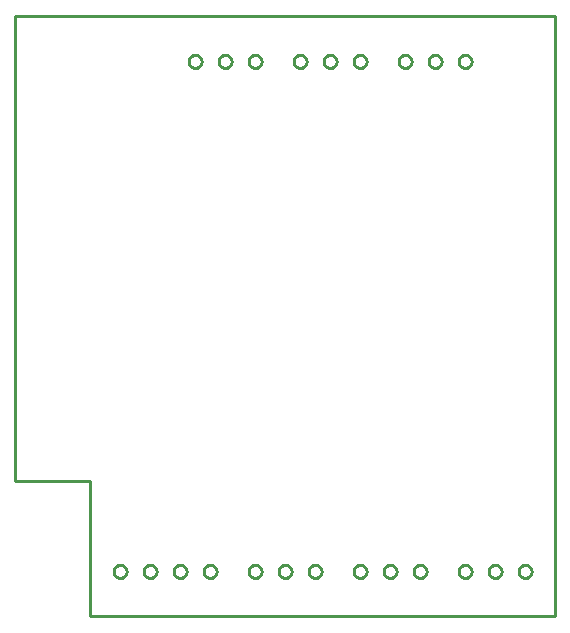
<source format=gbr>
G04 EAGLE Gerber RS-274X export*
G75*
%MOMM*%
%FSLAX34Y34*%
%LPD*%
%IN*%
%IPPOS*%
%AMOC8*
5,1,8,0,0,1.08239X$1,22.5*%
G01*
%ADD10C,0.254000*%


D10*
X0Y114300D02*
X63500Y114300D01*
X63500Y0D01*
X457200Y0D01*
X457200Y508000D01*
X0Y508000D01*
X0Y114300D01*
X159600Y38409D02*
X159669Y39023D01*
X159807Y39625D01*
X160011Y40208D01*
X160279Y40765D01*
X160607Y41288D01*
X160993Y41771D01*
X161429Y42208D01*
X161912Y42593D01*
X162435Y42921D01*
X162992Y43189D01*
X163575Y43393D01*
X164177Y43531D01*
X164791Y43600D01*
X165409Y43600D01*
X166023Y43531D01*
X166625Y43393D01*
X167208Y43189D01*
X167765Y42921D01*
X168288Y42593D01*
X168771Y42208D01*
X169208Y41771D01*
X169593Y41288D01*
X169921Y40765D01*
X170189Y40208D01*
X170393Y39625D01*
X170531Y39023D01*
X170600Y38409D01*
X170600Y37791D01*
X170531Y37177D01*
X170393Y36575D01*
X170189Y35992D01*
X169921Y35435D01*
X169593Y34912D01*
X169208Y34429D01*
X168771Y33993D01*
X168288Y33607D01*
X167765Y33279D01*
X167208Y33011D01*
X166625Y32807D01*
X166023Y32669D01*
X165409Y32600D01*
X164791Y32600D01*
X164177Y32669D01*
X163575Y32807D01*
X162992Y33011D01*
X162435Y33279D01*
X161912Y33607D01*
X161429Y33993D01*
X160993Y34429D01*
X160607Y34912D01*
X160279Y35435D01*
X160011Y35992D01*
X159807Y36575D01*
X159669Y37177D01*
X159600Y37791D01*
X159600Y38409D01*
X134200Y38409D02*
X134269Y39023D01*
X134407Y39625D01*
X134611Y40208D01*
X134879Y40765D01*
X135207Y41288D01*
X135593Y41771D01*
X136029Y42208D01*
X136512Y42593D01*
X137035Y42921D01*
X137592Y43189D01*
X138175Y43393D01*
X138777Y43531D01*
X139391Y43600D01*
X140009Y43600D01*
X140623Y43531D01*
X141225Y43393D01*
X141808Y43189D01*
X142365Y42921D01*
X142888Y42593D01*
X143371Y42208D01*
X143808Y41771D01*
X144193Y41288D01*
X144521Y40765D01*
X144789Y40208D01*
X144993Y39625D01*
X145131Y39023D01*
X145200Y38409D01*
X145200Y37791D01*
X145131Y37177D01*
X144993Y36575D01*
X144789Y35992D01*
X144521Y35435D01*
X144193Y34912D01*
X143808Y34429D01*
X143371Y33993D01*
X142888Y33607D01*
X142365Y33279D01*
X141808Y33011D01*
X141225Y32807D01*
X140623Y32669D01*
X140009Y32600D01*
X139391Y32600D01*
X138777Y32669D01*
X138175Y32807D01*
X137592Y33011D01*
X137035Y33279D01*
X136512Y33607D01*
X136029Y33993D01*
X135593Y34429D01*
X135207Y34912D01*
X134879Y35435D01*
X134611Y35992D01*
X134407Y36575D01*
X134269Y37177D01*
X134200Y37791D01*
X134200Y38409D01*
X108800Y38409D02*
X108869Y39023D01*
X109007Y39625D01*
X109211Y40208D01*
X109479Y40765D01*
X109807Y41288D01*
X110193Y41771D01*
X110629Y42208D01*
X111112Y42593D01*
X111635Y42921D01*
X112192Y43189D01*
X112775Y43393D01*
X113377Y43531D01*
X113991Y43600D01*
X114609Y43600D01*
X115223Y43531D01*
X115825Y43393D01*
X116408Y43189D01*
X116965Y42921D01*
X117488Y42593D01*
X117971Y42208D01*
X118408Y41771D01*
X118793Y41288D01*
X119121Y40765D01*
X119389Y40208D01*
X119593Y39625D01*
X119731Y39023D01*
X119800Y38409D01*
X119800Y37791D01*
X119731Y37177D01*
X119593Y36575D01*
X119389Y35992D01*
X119121Y35435D01*
X118793Y34912D01*
X118408Y34429D01*
X117971Y33993D01*
X117488Y33607D01*
X116965Y33279D01*
X116408Y33011D01*
X115825Y32807D01*
X115223Y32669D01*
X114609Y32600D01*
X113991Y32600D01*
X113377Y32669D01*
X112775Y32807D01*
X112192Y33011D01*
X111635Y33279D01*
X111112Y33607D01*
X110629Y33993D01*
X110193Y34429D01*
X109807Y34912D01*
X109479Y35435D01*
X109211Y35992D01*
X109007Y36575D01*
X108869Y37177D01*
X108800Y37791D01*
X108800Y38409D01*
X83400Y38409D02*
X83469Y39023D01*
X83607Y39625D01*
X83811Y40208D01*
X84079Y40765D01*
X84407Y41288D01*
X84793Y41771D01*
X85229Y42208D01*
X85712Y42593D01*
X86235Y42921D01*
X86792Y43189D01*
X87375Y43393D01*
X87977Y43531D01*
X88591Y43600D01*
X89209Y43600D01*
X89823Y43531D01*
X90425Y43393D01*
X91008Y43189D01*
X91565Y42921D01*
X92088Y42593D01*
X92571Y42208D01*
X93008Y41771D01*
X93393Y41288D01*
X93721Y40765D01*
X93989Y40208D01*
X94193Y39625D01*
X94331Y39023D01*
X94400Y38409D01*
X94400Y37791D01*
X94331Y37177D01*
X94193Y36575D01*
X93989Y35992D01*
X93721Y35435D01*
X93393Y34912D01*
X93008Y34429D01*
X92571Y33993D01*
X92088Y33607D01*
X91565Y33279D01*
X91008Y33011D01*
X90425Y32807D01*
X89823Y32669D01*
X89209Y32600D01*
X88591Y32600D01*
X87977Y32669D01*
X87375Y32807D01*
X86792Y33011D01*
X86235Y33279D01*
X85712Y33607D01*
X85229Y33993D01*
X84793Y34429D01*
X84407Y34912D01*
X84079Y35435D01*
X83811Y35992D01*
X83607Y36575D01*
X83469Y37177D01*
X83400Y37791D01*
X83400Y38409D01*
X337400Y38409D02*
X337469Y39023D01*
X337607Y39625D01*
X337811Y40208D01*
X338079Y40765D01*
X338407Y41288D01*
X338793Y41771D01*
X339229Y42208D01*
X339712Y42593D01*
X340235Y42921D01*
X340792Y43189D01*
X341375Y43393D01*
X341977Y43531D01*
X342591Y43600D01*
X343209Y43600D01*
X343823Y43531D01*
X344425Y43393D01*
X345008Y43189D01*
X345565Y42921D01*
X346088Y42593D01*
X346571Y42208D01*
X347008Y41771D01*
X347393Y41288D01*
X347721Y40765D01*
X347989Y40208D01*
X348193Y39625D01*
X348331Y39023D01*
X348400Y38409D01*
X348400Y37791D01*
X348331Y37177D01*
X348193Y36575D01*
X347989Y35992D01*
X347721Y35435D01*
X347393Y34912D01*
X347008Y34429D01*
X346571Y33993D01*
X346088Y33607D01*
X345565Y33279D01*
X345008Y33011D01*
X344425Y32807D01*
X343823Y32669D01*
X343209Y32600D01*
X342591Y32600D01*
X341977Y32669D01*
X341375Y32807D01*
X340792Y33011D01*
X340235Y33279D01*
X339712Y33607D01*
X339229Y33993D01*
X338793Y34429D01*
X338407Y34912D01*
X338079Y35435D01*
X337811Y35992D01*
X337607Y36575D01*
X337469Y37177D01*
X337400Y37791D01*
X337400Y38409D01*
X312000Y38409D02*
X312069Y39023D01*
X312207Y39625D01*
X312411Y40208D01*
X312679Y40765D01*
X313007Y41288D01*
X313393Y41771D01*
X313829Y42208D01*
X314312Y42593D01*
X314835Y42921D01*
X315392Y43189D01*
X315975Y43393D01*
X316577Y43531D01*
X317191Y43600D01*
X317809Y43600D01*
X318423Y43531D01*
X319025Y43393D01*
X319608Y43189D01*
X320165Y42921D01*
X320688Y42593D01*
X321171Y42208D01*
X321608Y41771D01*
X321993Y41288D01*
X322321Y40765D01*
X322589Y40208D01*
X322793Y39625D01*
X322931Y39023D01*
X323000Y38409D01*
X323000Y37791D01*
X322931Y37177D01*
X322793Y36575D01*
X322589Y35992D01*
X322321Y35435D01*
X321993Y34912D01*
X321608Y34429D01*
X321171Y33993D01*
X320688Y33607D01*
X320165Y33279D01*
X319608Y33011D01*
X319025Y32807D01*
X318423Y32669D01*
X317809Y32600D01*
X317191Y32600D01*
X316577Y32669D01*
X315975Y32807D01*
X315392Y33011D01*
X314835Y33279D01*
X314312Y33607D01*
X313829Y33993D01*
X313393Y34429D01*
X313007Y34912D01*
X312679Y35435D01*
X312411Y35992D01*
X312207Y36575D01*
X312069Y37177D01*
X312000Y37791D01*
X312000Y38409D01*
X286600Y38409D02*
X286669Y39023D01*
X286807Y39625D01*
X287011Y40208D01*
X287279Y40765D01*
X287607Y41288D01*
X287993Y41771D01*
X288429Y42208D01*
X288912Y42593D01*
X289435Y42921D01*
X289992Y43189D01*
X290575Y43393D01*
X291177Y43531D01*
X291791Y43600D01*
X292409Y43600D01*
X293023Y43531D01*
X293625Y43393D01*
X294208Y43189D01*
X294765Y42921D01*
X295288Y42593D01*
X295771Y42208D01*
X296208Y41771D01*
X296593Y41288D01*
X296921Y40765D01*
X297189Y40208D01*
X297393Y39625D01*
X297531Y39023D01*
X297600Y38409D01*
X297600Y37791D01*
X297531Y37177D01*
X297393Y36575D01*
X297189Y35992D01*
X296921Y35435D01*
X296593Y34912D01*
X296208Y34429D01*
X295771Y33993D01*
X295288Y33607D01*
X294765Y33279D01*
X294208Y33011D01*
X293625Y32807D01*
X293023Y32669D01*
X292409Y32600D01*
X291791Y32600D01*
X291177Y32669D01*
X290575Y32807D01*
X289992Y33011D01*
X289435Y33279D01*
X288912Y33607D01*
X288429Y33993D01*
X287993Y34429D01*
X287607Y34912D01*
X287279Y35435D01*
X287011Y35992D01*
X286807Y36575D01*
X286669Y37177D01*
X286600Y37791D01*
X286600Y38409D01*
X248500Y38409D02*
X248569Y39023D01*
X248707Y39625D01*
X248911Y40208D01*
X249179Y40765D01*
X249507Y41288D01*
X249893Y41771D01*
X250329Y42208D01*
X250812Y42593D01*
X251335Y42921D01*
X251892Y43189D01*
X252475Y43393D01*
X253077Y43531D01*
X253691Y43600D01*
X254309Y43600D01*
X254923Y43531D01*
X255525Y43393D01*
X256108Y43189D01*
X256665Y42921D01*
X257188Y42593D01*
X257671Y42208D01*
X258108Y41771D01*
X258493Y41288D01*
X258821Y40765D01*
X259089Y40208D01*
X259293Y39625D01*
X259431Y39023D01*
X259500Y38409D01*
X259500Y37791D01*
X259431Y37177D01*
X259293Y36575D01*
X259089Y35992D01*
X258821Y35435D01*
X258493Y34912D01*
X258108Y34429D01*
X257671Y33993D01*
X257188Y33607D01*
X256665Y33279D01*
X256108Y33011D01*
X255525Y32807D01*
X254923Y32669D01*
X254309Y32600D01*
X253691Y32600D01*
X253077Y32669D01*
X252475Y32807D01*
X251892Y33011D01*
X251335Y33279D01*
X250812Y33607D01*
X250329Y33993D01*
X249893Y34429D01*
X249507Y34912D01*
X249179Y35435D01*
X248911Y35992D01*
X248707Y36575D01*
X248569Y37177D01*
X248500Y37791D01*
X248500Y38409D01*
X223100Y38409D02*
X223169Y39023D01*
X223307Y39625D01*
X223511Y40208D01*
X223779Y40765D01*
X224107Y41288D01*
X224493Y41771D01*
X224929Y42208D01*
X225412Y42593D01*
X225935Y42921D01*
X226492Y43189D01*
X227075Y43393D01*
X227677Y43531D01*
X228291Y43600D01*
X228909Y43600D01*
X229523Y43531D01*
X230125Y43393D01*
X230708Y43189D01*
X231265Y42921D01*
X231788Y42593D01*
X232271Y42208D01*
X232708Y41771D01*
X233093Y41288D01*
X233421Y40765D01*
X233689Y40208D01*
X233893Y39625D01*
X234031Y39023D01*
X234100Y38409D01*
X234100Y37791D01*
X234031Y37177D01*
X233893Y36575D01*
X233689Y35992D01*
X233421Y35435D01*
X233093Y34912D01*
X232708Y34429D01*
X232271Y33993D01*
X231788Y33607D01*
X231265Y33279D01*
X230708Y33011D01*
X230125Y32807D01*
X229523Y32669D01*
X228909Y32600D01*
X228291Y32600D01*
X227677Y32669D01*
X227075Y32807D01*
X226492Y33011D01*
X225935Y33279D01*
X225412Y33607D01*
X224929Y33993D01*
X224493Y34429D01*
X224107Y34912D01*
X223779Y35435D01*
X223511Y35992D01*
X223307Y36575D01*
X223169Y37177D01*
X223100Y37791D01*
X223100Y38409D01*
X197700Y38409D02*
X197769Y39023D01*
X197907Y39625D01*
X198111Y40208D01*
X198379Y40765D01*
X198707Y41288D01*
X199093Y41771D01*
X199529Y42208D01*
X200012Y42593D01*
X200535Y42921D01*
X201092Y43189D01*
X201675Y43393D01*
X202277Y43531D01*
X202891Y43600D01*
X203509Y43600D01*
X204123Y43531D01*
X204725Y43393D01*
X205308Y43189D01*
X205865Y42921D01*
X206388Y42593D01*
X206871Y42208D01*
X207308Y41771D01*
X207693Y41288D01*
X208021Y40765D01*
X208289Y40208D01*
X208493Y39625D01*
X208631Y39023D01*
X208700Y38409D01*
X208700Y37791D01*
X208631Y37177D01*
X208493Y36575D01*
X208289Y35992D01*
X208021Y35435D01*
X207693Y34912D01*
X207308Y34429D01*
X206871Y33993D01*
X206388Y33607D01*
X205865Y33279D01*
X205308Y33011D01*
X204725Y32807D01*
X204123Y32669D01*
X203509Y32600D01*
X202891Y32600D01*
X202277Y32669D01*
X201675Y32807D01*
X201092Y33011D01*
X200535Y33279D01*
X200012Y33607D01*
X199529Y33993D01*
X199093Y34429D01*
X198707Y34912D01*
X198379Y35435D01*
X198111Y35992D01*
X197907Y36575D01*
X197769Y37177D01*
X197700Y37791D01*
X197700Y38409D01*
X426300Y38409D02*
X426369Y39023D01*
X426507Y39625D01*
X426711Y40208D01*
X426979Y40765D01*
X427307Y41288D01*
X427693Y41771D01*
X428129Y42208D01*
X428612Y42593D01*
X429135Y42921D01*
X429692Y43189D01*
X430275Y43393D01*
X430877Y43531D01*
X431491Y43600D01*
X432109Y43600D01*
X432723Y43531D01*
X433325Y43393D01*
X433908Y43189D01*
X434465Y42921D01*
X434988Y42593D01*
X435471Y42208D01*
X435908Y41771D01*
X436293Y41288D01*
X436621Y40765D01*
X436889Y40208D01*
X437093Y39625D01*
X437231Y39023D01*
X437300Y38409D01*
X437300Y37791D01*
X437231Y37177D01*
X437093Y36575D01*
X436889Y35992D01*
X436621Y35435D01*
X436293Y34912D01*
X435908Y34429D01*
X435471Y33993D01*
X434988Y33607D01*
X434465Y33279D01*
X433908Y33011D01*
X433325Y32807D01*
X432723Y32669D01*
X432109Y32600D01*
X431491Y32600D01*
X430877Y32669D01*
X430275Y32807D01*
X429692Y33011D01*
X429135Y33279D01*
X428612Y33607D01*
X428129Y33993D01*
X427693Y34429D01*
X427307Y34912D01*
X426979Y35435D01*
X426711Y35992D01*
X426507Y36575D01*
X426369Y37177D01*
X426300Y37791D01*
X426300Y38409D01*
X400900Y38409D02*
X400969Y39023D01*
X401107Y39625D01*
X401311Y40208D01*
X401579Y40765D01*
X401907Y41288D01*
X402293Y41771D01*
X402729Y42208D01*
X403212Y42593D01*
X403735Y42921D01*
X404292Y43189D01*
X404875Y43393D01*
X405477Y43531D01*
X406091Y43600D01*
X406709Y43600D01*
X407323Y43531D01*
X407925Y43393D01*
X408508Y43189D01*
X409065Y42921D01*
X409588Y42593D01*
X410071Y42208D01*
X410508Y41771D01*
X410893Y41288D01*
X411221Y40765D01*
X411489Y40208D01*
X411693Y39625D01*
X411831Y39023D01*
X411900Y38409D01*
X411900Y37791D01*
X411831Y37177D01*
X411693Y36575D01*
X411489Y35992D01*
X411221Y35435D01*
X410893Y34912D01*
X410508Y34429D01*
X410071Y33993D01*
X409588Y33607D01*
X409065Y33279D01*
X408508Y33011D01*
X407925Y32807D01*
X407323Y32669D01*
X406709Y32600D01*
X406091Y32600D01*
X405477Y32669D01*
X404875Y32807D01*
X404292Y33011D01*
X403735Y33279D01*
X403212Y33607D01*
X402729Y33993D01*
X402293Y34429D01*
X401907Y34912D01*
X401579Y35435D01*
X401311Y35992D01*
X401107Y36575D01*
X400969Y37177D01*
X400900Y37791D01*
X400900Y38409D01*
X375500Y38409D02*
X375569Y39023D01*
X375707Y39625D01*
X375911Y40208D01*
X376179Y40765D01*
X376507Y41288D01*
X376893Y41771D01*
X377329Y42208D01*
X377812Y42593D01*
X378335Y42921D01*
X378892Y43189D01*
X379475Y43393D01*
X380077Y43531D01*
X380691Y43600D01*
X381309Y43600D01*
X381923Y43531D01*
X382525Y43393D01*
X383108Y43189D01*
X383665Y42921D01*
X384188Y42593D01*
X384671Y42208D01*
X385108Y41771D01*
X385493Y41288D01*
X385821Y40765D01*
X386089Y40208D01*
X386293Y39625D01*
X386431Y39023D01*
X386500Y38409D01*
X386500Y37791D01*
X386431Y37177D01*
X386293Y36575D01*
X386089Y35992D01*
X385821Y35435D01*
X385493Y34912D01*
X385108Y34429D01*
X384671Y33993D01*
X384188Y33607D01*
X383665Y33279D01*
X383108Y33011D01*
X382525Y32807D01*
X381923Y32669D01*
X381309Y32600D01*
X380691Y32600D01*
X380077Y32669D01*
X379475Y32807D01*
X378892Y33011D01*
X378335Y33279D01*
X377812Y33607D01*
X377329Y33993D01*
X376893Y34429D01*
X376507Y34912D01*
X376179Y35435D01*
X375911Y35992D01*
X375707Y36575D01*
X375569Y37177D01*
X375500Y37791D01*
X375500Y38409D01*
X335700Y469591D02*
X335631Y468977D01*
X335493Y468375D01*
X335289Y467792D01*
X335021Y467235D01*
X334693Y466712D01*
X334308Y466229D01*
X333871Y465793D01*
X333388Y465407D01*
X332865Y465079D01*
X332308Y464811D01*
X331725Y464607D01*
X331123Y464469D01*
X330509Y464400D01*
X329891Y464400D01*
X329277Y464469D01*
X328675Y464607D01*
X328092Y464811D01*
X327535Y465079D01*
X327012Y465407D01*
X326529Y465793D01*
X326093Y466229D01*
X325707Y466712D01*
X325379Y467235D01*
X325111Y467792D01*
X324907Y468375D01*
X324769Y468977D01*
X324700Y469591D01*
X324700Y470209D01*
X324769Y470823D01*
X324907Y471425D01*
X325111Y472008D01*
X325379Y472565D01*
X325707Y473088D01*
X326093Y473571D01*
X326529Y474008D01*
X327012Y474393D01*
X327535Y474721D01*
X328092Y474989D01*
X328675Y475193D01*
X329277Y475331D01*
X329891Y475400D01*
X330509Y475400D01*
X331123Y475331D01*
X331725Y475193D01*
X332308Y474989D01*
X332865Y474721D01*
X333388Y474393D01*
X333871Y474008D01*
X334308Y473571D01*
X334693Y473088D01*
X335021Y472565D01*
X335289Y472008D01*
X335493Y471425D01*
X335631Y470823D01*
X335700Y470209D01*
X335700Y469591D01*
X361100Y469591D02*
X361031Y468977D01*
X360893Y468375D01*
X360689Y467792D01*
X360421Y467235D01*
X360093Y466712D01*
X359708Y466229D01*
X359271Y465793D01*
X358788Y465407D01*
X358265Y465079D01*
X357708Y464811D01*
X357125Y464607D01*
X356523Y464469D01*
X355909Y464400D01*
X355291Y464400D01*
X354677Y464469D01*
X354075Y464607D01*
X353492Y464811D01*
X352935Y465079D01*
X352412Y465407D01*
X351929Y465793D01*
X351493Y466229D01*
X351107Y466712D01*
X350779Y467235D01*
X350511Y467792D01*
X350307Y468375D01*
X350169Y468977D01*
X350100Y469591D01*
X350100Y470209D01*
X350169Y470823D01*
X350307Y471425D01*
X350511Y472008D01*
X350779Y472565D01*
X351107Y473088D01*
X351493Y473571D01*
X351929Y474008D01*
X352412Y474393D01*
X352935Y474721D01*
X353492Y474989D01*
X354075Y475193D01*
X354677Y475331D01*
X355291Y475400D01*
X355909Y475400D01*
X356523Y475331D01*
X357125Y475193D01*
X357708Y474989D01*
X358265Y474721D01*
X358788Y474393D01*
X359271Y474008D01*
X359708Y473571D01*
X360093Y473088D01*
X360421Y472565D01*
X360689Y472008D01*
X360893Y471425D01*
X361031Y470823D01*
X361100Y470209D01*
X361100Y469591D01*
X386500Y469591D02*
X386431Y468977D01*
X386293Y468375D01*
X386089Y467792D01*
X385821Y467235D01*
X385493Y466712D01*
X385108Y466229D01*
X384671Y465793D01*
X384188Y465407D01*
X383665Y465079D01*
X383108Y464811D01*
X382525Y464607D01*
X381923Y464469D01*
X381309Y464400D01*
X380691Y464400D01*
X380077Y464469D01*
X379475Y464607D01*
X378892Y464811D01*
X378335Y465079D01*
X377812Y465407D01*
X377329Y465793D01*
X376893Y466229D01*
X376507Y466712D01*
X376179Y467235D01*
X375911Y467792D01*
X375707Y468375D01*
X375569Y468977D01*
X375500Y469591D01*
X375500Y470209D01*
X375569Y470823D01*
X375707Y471425D01*
X375911Y472008D01*
X376179Y472565D01*
X376507Y473088D01*
X376893Y473571D01*
X377329Y474008D01*
X377812Y474393D01*
X378335Y474721D01*
X378892Y474989D01*
X379475Y475193D01*
X380077Y475331D01*
X380691Y475400D01*
X381309Y475400D01*
X381923Y475331D01*
X382525Y475193D01*
X383108Y474989D01*
X383665Y474721D01*
X384188Y474393D01*
X384671Y474008D01*
X385108Y473571D01*
X385493Y473088D01*
X385821Y472565D01*
X386089Y472008D01*
X386293Y471425D01*
X386431Y470823D01*
X386500Y470209D01*
X386500Y469591D01*
X246800Y469591D02*
X246731Y468977D01*
X246593Y468375D01*
X246389Y467792D01*
X246121Y467235D01*
X245793Y466712D01*
X245408Y466229D01*
X244971Y465793D01*
X244488Y465407D01*
X243965Y465079D01*
X243408Y464811D01*
X242825Y464607D01*
X242223Y464469D01*
X241609Y464400D01*
X240991Y464400D01*
X240377Y464469D01*
X239775Y464607D01*
X239192Y464811D01*
X238635Y465079D01*
X238112Y465407D01*
X237629Y465793D01*
X237193Y466229D01*
X236807Y466712D01*
X236479Y467235D01*
X236211Y467792D01*
X236007Y468375D01*
X235869Y468977D01*
X235800Y469591D01*
X235800Y470209D01*
X235869Y470823D01*
X236007Y471425D01*
X236211Y472008D01*
X236479Y472565D01*
X236807Y473088D01*
X237193Y473571D01*
X237629Y474008D01*
X238112Y474393D01*
X238635Y474721D01*
X239192Y474989D01*
X239775Y475193D01*
X240377Y475331D01*
X240991Y475400D01*
X241609Y475400D01*
X242223Y475331D01*
X242825Y475193D01*
X243408Y474989D01*
X243965Y474721D01*
X244488Y474393D01*
X244971Y474008D01*
X245408Y473571D01*
X245793Y473088D01*
X246121Y472565D01*
X246389Y472008D01*
X246593Y471425D01*
X246731Y470823D01*
X246800Y470209D01*
X246800Y469591D01*
X272200Y469591D02*
X272131Y468977D01*
X271993Y468375D01*
X271789Y467792D01*
X271521Y467235D01*
X271193Y466712D01*
X270808Y466229D01*
X270371Y465793D01*
X269888Y465407D01*
X269365Y465079D01*
X268808Y464811D01*
X268225Y464607D01*
X267623Y464469D01*
X267009Y464400D01*
X266391Y464400D01*
X265777Y464469D01*
X265175Y464607D01*
X264592Y464811D01*
X264035Y465079D01*
X263512Y465407D01*
X263029Y465793D01*
X262593Y466229D01*
X262207Y466712D01*
X261879Y467235D01*
X261611Y467792D01*
X261407Y468375D01*
X261269Y468977D01*
X261200Y469591D01*
X261200Y470209D01*
X261269Y470823D01*
X261407Y471425D01*
X261611Y472008D01*
X261879Y472565D01*
X262207Y473088D01*
X262593Y473571D01*
X263029Y474008D01*
X263512Y474393D01*
X264035Y474721D01*
X264592Y474989D01*
X265175Y475193D01*
X265777Y475331D01*
X266391Y475400D01*
X267009Y475400D01*
X267623Y475331D01*
X268225Y475193D01*
X268808Y474989D01*
X269365Y474721D01*
X269888Y474393D01*
X270371Y474008D01*
X270808Y473571D01*
X271193Y473088D01*
X271521Y472565D01*
X271789Y472008D01*
X271993Y471425D01*
X272131Y470823D01*
X272200Y470209D01*
X272200Y469591D01*
X297600Y469591D02*
X297531Y468977D01*
X297393Y468375D01*
X297189Y467792D01*
X296921Y467235D01*
X296593Y466712D01*
X296208Y466229D01*
X295771Y465793D01*
X295288Y465407D01*
X294765Y465079D01*
X294208Y464811D01*
X293625Y464607D01*
X293023Y464469D01*
X292409Y464400D01*
X291791Y464400D01*
X291177Y464469D01*
X290575Y464607D01*
X289992Y464811D01*
X289435Y465079D01*
X288912Y465407D01*
X288429Y465793D01*
X287993Y466229D01*
X287607Y466712D01*
X287279Y467235D01*
X287011Y467792D01*
X286807Y468375D01*
X286669Y468977D01*
X286600Y469591D01*
X286600Y470209D01*
X286669Y470823D01*
X286807Y471425D01*
X287011Y472008D01*
X287279Y472565D01*
X287607Y473088D01*
X287993Y473571D01*
X288429Y474008D01*
X288912Y474393D01*
X289435Y474721D01*
X289992Y474989D01*
X290575Y475193D01*
X291177Y475331D01*
X291791Y475400D01*
X292409Y475400D01*
X293023Y475331D01*
X293625Y475193D01*
X294208Y474989D01*
X294765Y474721D01*
X295288Y474393D01*
X295771Y474008D01*
X296208Y473571D01*
X296593Y473088D01*
X296921Y472565D01*
X297189Y472008D01*
X297393Y471425D01*
X297531Y470823D01*
X297600Y470209D01*
X297600Y469591D01*
X157900Y469591D02*
X157831Y468977D01*
X157693Y468375D01*
X157489Y467792D01*
X157221Y467235D01*
X156893Y466712D01*
X156508Y466229D01*
X156071Y465793D01*
X155588Y465407D01*
X155065Y465079D01*
X154508Y464811D01*
X153925Y464607D01*
X153323Y464469D01*
X152709Y464400D01*
X152091Y464400D01*
X151477Y464469D01*
X150875Y464607D01*
X150292Y464811D01*
X149735Y465079D01*
X149212Y465407D01*
X148729Y465793D01*
X148293Y466229D01*
X147907Y466712D01*
X147579Y467235D01*
X147311Y467792D01*
X147107Y468375D01*
X146969Y468977D01*
X146900Y469591D01*
X146900Y470209D01*
X146969Y470823D01*
X147107Y471425D01*
X147311Y472008D01*
X147579Y472565D01*
X147907Y473088D01*
X148293Y473571D01*
X148729Y474008D01*
X149212Y474393D01*
X149735Y474721D01*
X150292Y474989D01*
X150875Y475193D01*
X151477Y475331D01*
X152091Y475400D01*
X152709Y475400D01*
X153323Y475331D01*
X153925Y475193D01*
X154508Y474989D01*
X155065Y474721D01*
X155588Y474393D01*
X156071Y474008D01*
X156508Y473571D01*
X156893Y473088D01*
X157221Y472565D01*
X157489Y472008D01*
X157693Y471425D01*
X157831Y470823D01*
X157900Y470209D01*
X157900Y469591D01*
X183300Y469591D02*
X183231Y468977D01*
X183093Y468375D01*
X182889Y467792D01*
X182621Y467235D01*
X182293Y466712D01*
X181908Y466229D01*
X181471Y465793D01*
X180988Y465407D01*
X180465Y465079D01*
X179908Y464811D01*
X179325Y464607D01*
X178723Y464469D01*
X178109Y464400D01*
X177491Y464400D01*
X176877Y464469D01*
X176275Y464607D01*
X175692Y464811D01*
X175135Y465079D01*
X174612Y465407D01*
X174129Y465793D01*
X173693Y466229D01*
X173307Y466712D01*
X172979Y467235D01*
X172711Y467792D01*
X172507Y468375D01*
X172369Y468977D01*
X172300Y469591D01*
X172300Y470209D01*
X172369Y470823D01*
X172507Y471425D01*
X172711Y472008D01*
X172979Y472565D01*
X173307Y473088D01*
X173693Y473571D01*
X174129Y474008D01*
X174612Y474393D01*
X175135Y474721D01*
X175692Y474989D01*
X176275Y475193D01*
X176877Y475331D01*
X177491Y475400D01*
X178109Y475400D01*
X178723Y475331D01*
X179325Y475193D01*
X179908Y474989D01*
X180465Y474721D01*
X180988Y474393D01*
X181471Y474008D01*
X181908Y473571D01*
X182293Y473088D01*
X182621Y472565D01*
X182889Y472008D01*
X183093Y471425D01*
X183231Y470823D01*
X183300Y470209D01*
X183300Y469591D01*
X208700Y469591D02*
X208631Y468977D01*
X208493Y468375D01*
X208289Y467792D01*
X208021Y467235D01*
X207693Y466712D01*
X207308Y466229D01*
X206871Y465793D01*
X206388Y465407D01*
X205865Y465079D01*
X205308Y464811D01*
X204725Y464607D01*
X204123Y464469D01*
X203509Y464400D01*
X202891Y464400D01*
X202277Y464469D01*
X201675Y464607D01*
X201092Y464811D01*
X200535Y465079D01*
X200012Y465407D01*
X199529Y465793D01*
X199093Y466229D01*
X198707Y466712D01*
X198379Y467235D01*
X198111Y467792D01*
X197907Y468375D01*
X197769Y468977D01*
X197700Y469591D01*
X197700Y470209D01*
X197769Y470823D01*
X197907Y471425D01*
X198111Y472008D01*
X198379Y472565D01*
X198707Y473088D01*
X199093Y473571D01*
X199529Y474008D01*
X200012Y474393D01*
X200535Y474721D01*
X201092Y474989D01*
X201675Y475193D01*
X202277Y475331D01*
X202891Y475400D01*
X203509Y475400D01*
X204123Y475331D01*
X204725Y475193D01*
X205308Y474989D01*
X205865Y474721D01*
X206388Y474393D01*
X206871Y474008D01*
X207308Y473571D01*
X207693Y473088D01*
X208021Y472565D01*
X208289Y472008D01*
X208493Y471425D01*
X208631Y470823D01*
X208700Y470209D01*
X208700Y469591D01*
M02*

</source>
